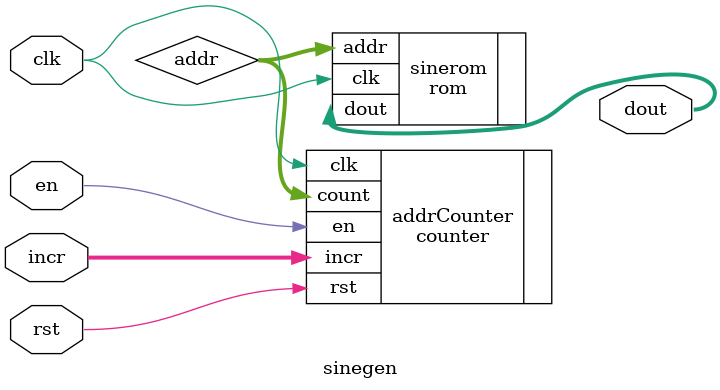
<source format=sv>
module sinegen #(
    parameter INCR_WIDTH = 8,
              A_WIDTH = 8,
              D_WIDTH = 8  
)(
    input logic [INCR_WIDTH-1:0] incr,
    input logic rst,
    input logic en,
    input logic clk,
    output logic [D_WIDTH-1:0] dout
);

    logic [A_WIDTH-1:0] addr;

counter addrCounter (
    .incr(incr),
    .rst(rst),
    .en(en),
    .clk(clk),
    .count(addr)
);

rom sinerom (
    .clk(clk),
    .addr(addr),
    .dout(dout)
);

endmodule 

</source>
